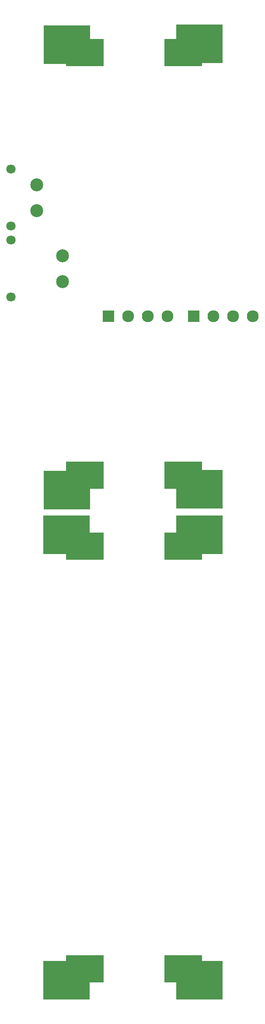
<source format=gbs>
%TF.GenerationSoftware,KiCad,Pcbnew,9.0.6*%
%TF.CreationDate,2025-12-14T22:45:36+01:00*%
%TF.ProjectId,balancingboardbyd,62616c61-6e63-4696-9e67-626f61726462,rev?*%
%TF.SameCoordinates,Original*%
%TF.FileFunction,Soldermask,Bot*%
%TF.FilePolarity,Negative*%
%FSLAX46Y46*%
G04 Gerber Fmt 4.6, Leading zero omitted, Abs format (unit mm)*
G04 Created by KiCad (PCBNEW 9.0.6) date 2025-12-14 22:45:36*
%MOMM*%
%LPD*%
G01*
G04 APERTURE LIST*
%ADD10R,2.300000X2.300000*%
%ADD11C,2.300000*%
%ADD12C,2.500000*%
%ADD13C,1.800000*%
%ADD14R,7.350000X5.320000*%
%ADD15R,9.000000X7.500000*%
G04 APERTURE END LIST*
D10*
%TO.C,CN5*%
X140480000Y-99080000D03*
D11*
X144300000Y-99080000D03*
X148110000Y-99080000D03*
X151920000Y-99080000D03*
%TD*%
D10*
%TO.C,CN4*%
X156980000Y-99070000D03*
D11*
X160800000Y-99070000D03*
X164610000Y-99070000D03*
X168420000Y-99070000D03*
%TD*%
D12*
%TO.C,U3*%
X126620000Y-78620000D03*
X126620000Y-73620000D03*
D13*
X121620000Y-70620000D03*
X121620000Y-81620000D03*
%TD*%
D14*
%TO.C,BT2*%
X135900000Y-143500000D03*
X135900000Y-225200000D03*
X155000000Y-143500000D03*
X155000000Y-225200000D03*
%TD*%
D15*
%TO.C,U9*%
X132480000Y-46540000D03*
X132480000Y-132640000D03*
%TD*%
%TO.C,U6*%
X132400000Y-141300000D03*
X132400000Y-227400000D03*
%TD*%
D12*
%TO.C,CN1*%
X131620000Y-92320000D03*
X131620000Y-87320000D03*
D13*
X121620000Y-84320000D03*
X121620000Y-95320000D03*
%TD*%
D15*
%TO.C,U7*%
X158100000Y-227400000D03*
X158100000Y-141300000D03*
%TD*%
D14*
%TO.C,BT3*%
X155000000Y-129750000D03*
X155000000Y-48050000D03*
X135900000Y-129750000D03*
X135900000Y-48050000D03*
%TD*%
D15*
%TO.C,U8*%
X158080000Y-132490000D03*
X158080000Y-46390000D03*
%TD*%
M02*

</source>
